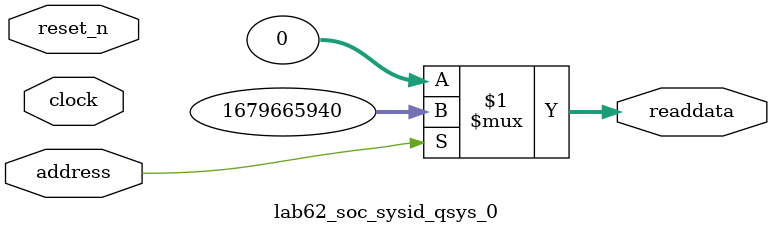
<source format=v>



// synthesis translate_off
`timescale 1ns / 1ps
// synthesis translate_on

// turn off superfluous verilog processor warnings 
// altera message_level Level1 
// altera message_off 10034 10035 10036 10037 10230 10240 10030 

module lab62_soc_sysid_qsys_0 (
               // inputs:
                address,
                clock,
                reset_n,

               // outputs:
                readdata
             )
;

  output  [ 31: 0] readdata;
  input            address;
  input            clock;
  input            reset_n;

  wire    [ 31: 0] readdata;
  //control_slave, which is an e_avalon_slave
  assign readdata = address ? 1679665940 : 0;

endmodule



</source>
